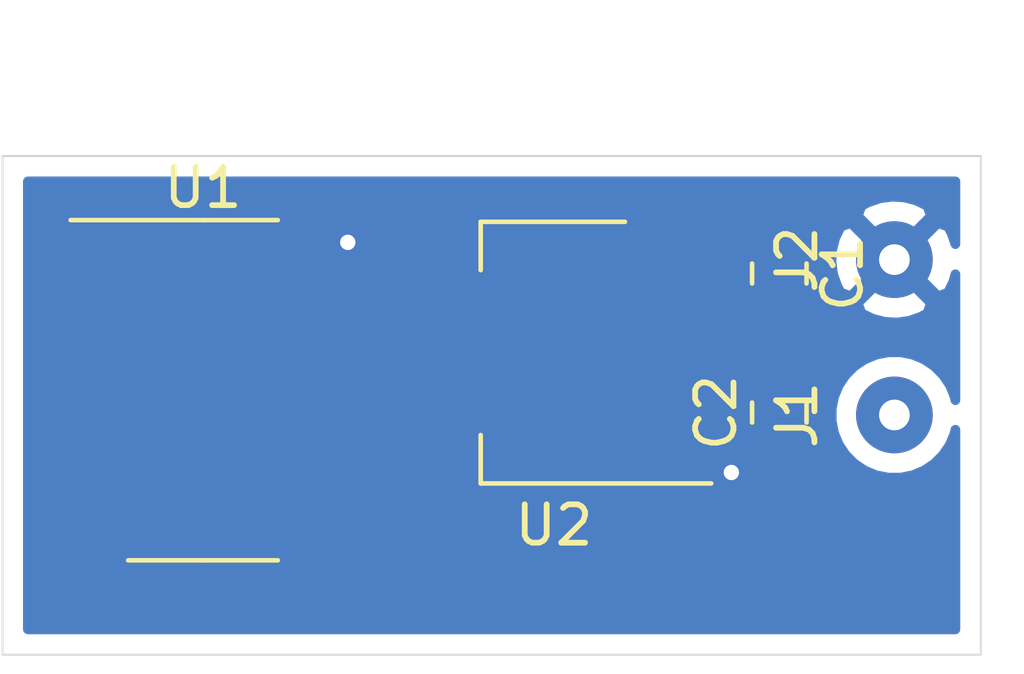
<source format=kicad_pcb>
(kicad_pcb (version 20171130) (host pcbnew "(5.1.5)-3")

  (general
    (thickness 1.6)
    (drawings 4)
    (tracks 20)
    (zones 0)
    (modules 6)
    (nets 16)
  )

  (page A4)
  (layers
    (0 F.Cu signal)
    (31 B.Cu signal)
    (32 B.Adhes user)
    (33 F.Adhes user)
    (34 B.Paste user)
    (35 F.Paste user)
    (36 B.SilkS user)
    (37 F.SilkS user)
    (38 B.Mask user)
    (39 F.Mask user)
    (40 Dwgs.User user)
    (41 Cmts.User user)
    (42 Eco1.User user)
    (43 Eco2.User user)
    (44 Edge.Cuts user)
    (45 Margin user)
    (46 B.CrtYd user)
    (47 F.CrtYd user)
    (48 B.Fab user)
    (49 F.Fab user)
  )

  (setup
    (last_trace_width 0.25)
    (trace_clearance 0.2)
    (zone_clearance 0.508)
    (zone_45_only no)
    (trace_min 0.2)
    (via_size 0.8)
    (via_drill 0.4)
    (via_min_size 0.4)
    (via_min_drill 0.3)
    (uvia_size 0.3)
    (uvia_drill 0.1)
    (uvias_allowed no)
    (uvia_min_size 0.2)
    (uvia_min_drill 0.1)
    (edge_width 0.05)
    (segment_width 0.2)
    (pcb_text_width 0.3)
    (pcb_text_size 1.5 1.5)
    (mod_edge_width 0.12)
    (mod_text_size 1 1)
    (mod_text_width 0.15)
    (pad_size 1.524 1.524)
    (pad_drill 0.762)
    (pad_to_mask_clearance 0.051)
    (solder_mask_min_width 0.25)
    (aux_axis_origin 0 0)
    (visible_elements 7FFFFFFF)
    (pcbplotparams
      (layerselection 0x010fc_ffffffff)
      (usegerberextensions false)
      (usegerberattributes false)
      (usegerberadvancedattributes false)
      (creategerberjobfile false)
      (excludeedgelayer true)
      (linewidth 0.100000)
      (plotframeref false)
      (viasonmask false)
      (mode 1)
      (useauxorigin false)
      (hpglpennumber 1)
      (hpglpenspeed 20)
      (hpglpendiameter 15.000000)
      (psnegative false)
      (psa4output false)
      (plotreference true)
      (plotvalue true)
      (plotinvisibletext false)
      (padsonsilk false)
      (subtractmaskfromsilk false)
      (outputformat 1)
      (mirror false)
      (drillshape 1)
      (scaleselection 1)
      (outputdirectory ""))
  )

  (net 0 "")
  (net 1 +BATT)
  (net 2 GND)
  (net 3 +3V3)
  (net 4 "Net-(U1-Pad2)")
  (net 5 "Net-(U1-Pad3)")
  (net 6 "Net-(U1-Pad4)")
  (net 7 "Net-(U1-Pad5)")
  (net 8 "Net-(U1-Pad6)")
  (net 9 "Net-(U1-Pad7)")
  (net 10 "Net-(U1-Pad8)")
  (net 11 "Net-(U1-Pad9)")
  (net 12 "Net-(U1-Pad10)")
  (net 13 "Net-(U1-Pad11)")
  (net 14 "Net-(U1-Pad12)")
  (net 15 "Net-(U1-Pad13)")

  (net_class Default "This is the default net class."
    (clearance 0.2)
    (trace_width 0.25)
    (via_dia 0.8)
    (via_drill 0.4)
    (uvia_dia 0.3)
    (uvia_drill 0.1)
    (add_net +3V3)
    (add_net +BATT)
    (add_net GND)
    (add_net "Net-(U1-Pad10)")
    (add_net "Net-(U1-Pad11)")
    (add_net "Net-(U1-Pad12)")
    (add_net "Net-(U1-Pad13)")
    (add_net "Net-(U1-Pad2)")
    (add_net "Net-(U1-Pad3)")
    (add_net "Net-(U1-Pad4)")
    (add_net "Net-(U1-Pad5)")
    (add_net "Net-(U1-Pad6)")
    (add_net "Net-(U1-Pad7)")
    (add_net "Net-(U1-Pad8)")
    (add_net "Net-(U1-Pad9)")
  )

  (module Connector_Wire:SolderWirePad_1x01_Drill0.8mm (layer F.Cu) (tedit 5A2676A0) (tstamp 5FD96513)
    (at 45.25 21.2 90)
    (descr "Wire solder connection")
    (tags connector)
    (path /5FDB5068)
    (attr virtual)
    (fp_text reference J2 (at 0 -2.54 90) (layer F.SilkS)
      (effects (font (size 1 1) (thickness 0.15)))
    )
    (fp_text value Conn_01x01_Male (at 0 2.54 90) (layer F.Fab)
      (effects (font (size 1 1) (thickness 0.15)))
    )
    (fp_line (start 1.5 1.5) (end -1.5 1.5) (layer F.CrtYd) (width 0.05))
    (fp_line (start 1.5 1.5) (end 1.5 -1.5) (layer F.CrtYd) (width 0.05))
    (fp_line (start -1.5 -1.5) (end -1.5 1.5) (layer F.CrtYd) (width 0.05))
    (fp_line (start -1.5 -1.5) (end 1.5 -1.5) (layer F.CrtYd) (width 0.05))
    (fp_text user %R (at 0 0 90) (layer F.Fab)
      (effects (font (size 1 1) (thickness 0.15)))
    )
    (pad 1 thru_hole circle (at 0 0 90) (size 1.99898 1.99898) (drill 0.8001) (layers *.Cu *.Mask)
      (net 2 GND))
  )

  (module Connector_Wire:SolderWirePad_1x01_Drill0.8mm (layer F.Cu) (tedit 5A2676A0) (tstamp 5FD96509)
    (at 45.25 25.25 90)
    (descr "Wire solder connection")
    (tags connector)
    (path /5FDB436A)
    (attr virtual)
    (fp_text reference J1 (at 0 -2.54 90) (layer F.SilkS)
      (effects (font (size 1 1) (thickness 0.15)))
    )
    (fp_text value Conn_01x01_Male (at 0 2.54 90) (layer F.Fab)
      (effects (font (size 1 1) (thickness 0.15)))
    )
    (fp_line (start 1.5 1.5) (end -1.5 1.5) (layer F.CrtYd) (width 0.05))
    (fp_line (start 1.5 1.5) (end 1.5 -1.5) (layer F.CrtYd) (width 0.05))
    (fp_line (start -1.5 -1.5) (end -1.5 1.5) (layer F.CrtYd) (width 0.05))
    (fp_line (start -1.5 -1.5) (end 1.5 -1.5) (layer F.CrtYd) (width 0.05))
    (fp_text user %R (at 0 0 90) (layer F.Fab)
      (effects (font (size 1 1) (thickness 0.15)))
    )
    (pad 1 thru_hole circle (at 0 0 90) (size 1.99898 1.99898) (drill 0.8001) (layers *.Cu *.Mask)
      (net 1 +BATT))
  )

  (module Capacitor_SMD:C_0805_2012Metric (layer F.Cu) (tedit 5B36C52B) (tstamp 5FD968F4)
    (at 42.25 21.5625 270)
    (descr "Capacitor SMD 0805 (2012 Metric), square (rectangular) end terminal, IPC_7351 nominal, (Body size source: https://docs.google.com/spreadsheets/d/1BsfQQcO9C6DZCsRaXUlFlo91Tg2WpOkGARC1WS5S8t0/edit?usp=sharing), generated with kicad-footprint-generator")
    (tags capacitor)
    (path /5FDA809A)
    (attr smd)
    (fp_text reference C1 (at 0 -1.65 90) (layer F.SilkS)
      (effects (font (size 1 1) (thickness 0.15)))
    )
    (fp_text value 100nF (at 0 1.65 90) (layer F.Fab)
      (effects (font (size 1 1) (thickness 0.15)))
    )
    (fp_line (start -1 0.6) (end -1 -0.6) (layer F.Fab) (width 0.1))
    (fp_line (start -1 -0.6) (end 1 -0.6) (layer F.Fab) (width 0.1))
    (fp_line (start 1 -0.6) (end 1 0.6) (layer F.Fab) (width 0.1))
    (fp_line (start 1 0.6) (end -1 0.6) (layer F.Fab) (width 0.1))
    (fp_line (start -0.258578 -0.71) (end 0.258578 -0.71) (layer F.SilkS) (width 0.12))
    (fp_line (start -0.258578 0.71) (end 0.258578 0.71) (layer F.SilkS) (width 0.12))
    (fp_line (start -1.68 0.95) (end -1.68 -0.95) (layer F.CrtYd) (width 0.05))
    (fp_line (start -1.68 -0.95) (end 1.68 -0.95) (layer F.CrtYd) (width 0.05))
    (fp_line (start 1.68 -0.95) (end 1.68 0.95) (layer F.CrtYd) (width 0.05))
    (fp_line (start 1.68 0.95) (end -1.68 0.95) (layer F.CrtYd) (width 0.05))
    (fp_text user %R (at 0 0 90) (layer F.Fab)
      (effects (font (size 0.5 0.5) (thickness 0.08)))
    )
    (pad 1 smd roundrect (at -0.9375 0 270) (size 0.975 1.4) (layers F.Cu F.Paste F.Mask) (roundrect_rratio 0.25)
      (net 1 +BATT))
    (pad 2 smd roundrect (at 0.9375 0 270) (size 0.975 1.4) (layers F.Cu F.Paste F.Mask) (roundrect_rratio 0.25)
      (net 2 GND))
    (model ${KISYS3DMOD}/Capacitor_SMD.3dshapes/C_0805_2012Metric.wrl
      (at (xyz 0 0 0))
      (scale (xyz 1 1 1))
      (rotate (xyz 0 0 0))
    )
  )

  (module Capacitor_SMD:C_0805_2012Metric (layer F.Cu) (tedit 5B36C52B) (tstamp 5FD96977)
    (at 42.25 25.1875 90)
    (descr "Capacitor SMD 0805 (2012 Metric), square (rectangular) end terminal, IPC_7351 nominal, (Body size source: https://docs.google.com/spreadsheets/d/1BsfQQcO9C6DZCsRaXUlFlo91Tg2WpOkGARC1WS5S8t0/edit?usp=sharing), generated with kicad-footprint-generator")
    (tags capacitor)
    (path /5FDA9439)
    (attr smd)
    (fp_text reference C2 (at 0 -1.65 90) (layer F.SilkS)
      (effects (font (size 1 1) (thickness 0.15)))
    )
    (fp_text value 10uF (at 0 1.65 90) (layer F.Fab)
      (effects (font (size 1 1) (thickness 0.15)))
    )
    (fp_text user %R (at 0 0 90) (layer F.Fab)
      (effects (font (size 0.5 0.5) (thickness 0.08)))
    )
    (fp_line (start 1.68 0.95) (end -1.68 0.95) (layer F.CrtYd) (width 0.05))
    (fp_line (start 1.68 -0.95) (end 1.68 0.95) (layer F.CrtYd) (width 0.05))
    (fp_line (start -1.68 -0.95) (end 1.68 -0.95) (layer F.CrtYd) (width 0.05))
    (fp_line (start -1.68 0.95) (end -1.68 -0.95) (layer F.CrtYd) (width 0.05))
    (fp_line (start -0.258578 0.71) (end 0.258578 0.71) (layer F.SilkS) (width 0.12))
    (fp_line (start -0.258578 -0.71) (end 0.258578 -0.71) (layer F.SilkS) (width 0.12))
    (fp_line (start 1 0.6) (end -1 0.6) (layer F.Fab) (width 0.1))
    (fp_line (start 1 -0.6) (end 1 0.6) (layer F.Fab) (width 0.1))
    (fp_line (start -1 -0.6) (end 1 -0.6) (layer F.Fab) (width 0.1))
    (fp_line (start -1 0.6) (end -1 -0.6) (layer F.Fab) (width 0.1))
    (pad 2 smd roundrect (at 0.9375 0 90) (size 0.975 1.4) (layers F.Cu F.Paste F.Mask) (roundrect_rratio 0.25)
      (net 2 GND))
    (pad 1 smd roundrect (at -0.9375 0 90) (size 0.975 1.4) (layers F.Cu F.Paste F.Mask) (roundrect_rratio 0.25)
      (net 3 +3V3))
    (model ${KISYS3DMOD}/Capacitor_SMD.3dshapes/C_0805_2012Metric.wrl
      (at (xyz 0 0 0))
      (scale (xyz 1 1 1))
      (rotate (xyz 0 0 0))
    )
  )

  (module Package_SO:SOIC-14_3.9x8.7mm_P1.27mm (layer F.Cu) (tedit 5D9F72B1) (tstamp 5FD962C2)
    (at 27.225001 24.605001)
    (descr "SOIC, 14 Pin (JEDEC MS-012AB, https://www.analog.com/media/en/package-pcb-resources/package/pkg_pdf/soic_narrow-r/r_14.pdf), generated with kicad-footprint-generator ipc_gullwing_generator.py")
    (tags "SOIC SO")
    (path /5FD921C0)
    (attr smd)
    (fp_text reference U1 (at 0 -5.28) (layer F.SilkS)
      (effects (font (size 1 1) (thickness 0.15)))
    )
    (fp_text value ATtiny204-SS (at 0 5.28) (layer F.Fab)
      (effects (font (size 1 1) (thickness 0.15)))
    )
    (fp_line (start 0 4.435) (end 1.95 4.435) (layer F.SilkS) (width 0.12))
    (fp_line (start 0 4.435) (end -1.95 4.435) (layer F.SilkS) (width 0.12))
    (fp_line (start 0 -4.435) (end 1.95 -4.435) (layer F.SilkS) (width 0.12))
    (fp_line (start 0 -4.435) (end -3.45 -4.435) (layer F.SilkS) (width 0.12))
    (fp_line (start -0.975 -4.325) (end 1.95 -4.325) (layer F.Fab) (width 0.1))
    (fp_line (start 1.95 -4.325) (end 1.95 4.325) (layer F.Fab) (width 0.1))
    (fp_line (start 1.95 4.325) (end -1.95 4.325) (layer F.Fab) (width 0.1))
    (fp_line (start -1.95 4.325) (end -1.95 -3.35) (layer F.Fab) (width 0.1))
    (fp_line (start -1.95 -3.35) (end -0.975 -4.325) (layer F.Fab) (width 0.1))
    (fp_line (start -3.7 -4.58) (end -3.7 4.58) (layer F.CrtYd) (width 0.05))
    (fp_line (start -3.7 4.58) (end 3.7 4.58) (layer F.CrtYd) (width 0.05))
    (fp_line (start 3.7 4.58) (end 3.7 -4.58) (layer F.CrtYd) (width 0.05))
    (fp_line (start 3.7 -4.58) (end -3.7 -4.58) (layer F.CrtYd) (width 0.05))
    (fp_text user %R (at 0 0) (layer F.Fab)
      (effects (font (size 0.98 0.98) (thickness 0.15)))
    )
    (pad 1 smd roundrect (at -2.475 -3.81) (size 1.95 0.6) (layers F.Cu F.Paste F.Mask) (roundrect_rratio 0.25)
      (net 3 +3V3))
    (pad 2 smd roundrect (at -2.475 -2.54) (size 1.95 0.6) (layers F.Cu F.Paste F.Mask) (roundrect_rratio 0.25)
      (net 4 "Net-(U1-Pad2)"))
    (pad 3 smd roundrect (at -2.475 -1.27) (size 1.95 0.6) (layers F.Cu F.Paste F.Mask) (roundrect_rratio 0.25)
      (net 5 "Net-(U1-Pad3)"))
    (pad 4 smd roundrect (at -2.475 0) (size 1.95 0.6) (layers F.Cu F.Paste F.Mask) (roundrect_rratio 0.25)
      (net 6 "Net-(U1-Pad4)"))
    (pad 5 smd roundrect (at -2.475 1.27) (size 1.95 0.6) (layers F.Cu F.Paste F.Mask) (roundrect_rratio 0.25)
      (net 7 "Net-(U1-Pad5)"))
    (pad 6 smd roundrect (at -2.475 2.54) (size 1.95 0.6) (layers F.Cu F.Paste F.Mask) (roundrect_rratio 0.25)
      (net 8 "Net-(U1-Pad6)"))
    (pad 7 smd roundrect (at -2.475 3.81) (size 1.95 0.6) (layers F.Cu F.Paste F.Mask) (roundrect_rratio 0.25)
      (net 9 "Net-(U1-Pad7)"))
    (pad 8 smd roundrect (at 2.475 3.81) (size 1.95 0.6) (layers F.Cu F.Paste F.Mask) (roundrect_rratio 0.25)
      (net 10 "Net-(U1-Pad8)"))
    (pad 9 smd roundrect (at 2.475 2.54) (size 1.95 0.6) (layers F.Cu F.Paste F.Mask) (roundrect_rratio 0.25)
      (net 11 "Net-(U1-Pad9)"))
    (pad 10 smd roundrect (at 2.475 1.27) (size 1.95 0.6) (layers F.Cu F.Paste F.Mask) (roundrect_rratio 0.25)
      (net 12 "Net-(U1-Pad10)"))
    (pad 11 smd roundrect (at 2.475 0) (size 1.95 0.6) (layers F.Cu F.Paste F.Mask) (roundrect_rratio 0.25)
      (net 13 "Net-(U1-Pad11)"))
    (pad 12 smd roundrect (at 2.475 -1.27) (size 1.95 0.6) (layers F.Cu F.Paste F.Mask) (roundrect_rratio 0.25)
      (net 14 "Net-(U1-Pad12)"))
    (pad 13 smd roundrect (at 2.475 -2.54) (size 1.95 0.6) (layers F.Cu F.Paste F.Mask) (roundrect_rratio 0.25)
      (net 15 "Net-(U1-Pad13)"))
    (pad 14 smd roundrect (at 2.475 -3.81) (size 1.95 0.6) (layers F.Cu F.Paste F.Mask) (roundrect_rratio 0.25)
      (net 2 GND))
    (model ${KISYS3DMOD}/Package_SO.3dshapes/SOIC-14_3.9x8.7mm_P1.27mm.wrl
      (at (xyz 0 0 0))
      (scale (xyz 1 1 1))
      (rotate (xyz 0 0 0))
    )
  )

  (module Package_TO_SOT_SMD:SOT-223-3_TabPin2 (layer F.Cu) (tedit 5A02FF57) (tstamp 5FD962D8)
    (at 36.375001 23.625001 180)
    (descr "module CMS SOT223 4 pins")
    (tags "CMS SOT")
    (path /5FD9CA27)
    (attr smd)
    (fp_text reference U2 (at 0 -4.5) (layer F.SilkS)
      (effects (font (size 1 1) (thickness 0.15)))
    )
    (fp_text value LD1117S33TR_SOT223 (at 0 4.5) (layer F.Fab)
      (effects (font (size 1 1) (thickness 0.15)))
    )
    (fp_text user %R (at 0 0 90) (layer F.Fab)
      (effects (font (size 0.8 0.8) (thickness 0.12)))
    )
    (fp_line (start 1.91 3.41) (end 1.91 2.15) (layer F.SilkS) (width 0.12))
    (fp_line (start 1.91 -3.41) (end 1.91 -2.15) (layer F.SilkS) (width 0.12))
    (fp_line (start 4.4 -3.6) (end -4.4 -3.6) (layer F.CrtYd) (width 0.05))
    (fp_line (start 4.4 3.6) (end 4.4 -3.6) (layer F.CrtYd) (width 0.05))
    (fp_line (start -4.4 3.6) (end 4.4 3.6) (layer F.CrtYd) (width 0.05))
    (fp_line (start -4.4 -3.6) (end -4.4 3.6) (layer F.CrtYd) (width 0.05))
    (fp_line (start -1.85 -2.35) (end -0.85 -3.35) (layer F.Fab) (width 0.1))
    (fp_line (start -1.85 -2.35) (end -1.85 3.35) (layer F.Fab) (width 0.1))
    (fp_line (start -1.85 3.41) (end 1.91 3.41) (layer F.SilkS) (width 0.12))
    (fp_line (start -0.85 -3.35) (end 1.85 -3.35) (layer F.Fab) (width 0.1))
    (fp_line (start -4.1 -3.41) (end 1.91 -3.41) (layer F.SilkS) (width 0.12))
    (fp_line (start -1.85 3.35) (end 1.85 3.35) (layer F.Fab) (width 0.1))
    (fp_line (start 1.85 -3.35) (end 1.85 3.35) (layer F.Fab) (width 0.1))
    (pad 2 smd rect (at 3.15 0 180) (size 2 3.8) (layers F.Cu F.Paste F.Mask)
      (net 3 +3V3))
    (pad 2 smd rect (at -3.15 0 180) (size 2 1.5) (layers F.Cu F.Paste F.Mask)
      (net 3 +3V3))
    (pad 3 smd rect (at -3.15 2.3 180) (size 2 1.5) (layers F.Cu F.Paste F.Mask)
      (net 1 +BATT))
    (pad 1 smd rect (at -3.15 -2.3 180) (size 2 1.5) (layers F.Cu F.Paste F.Mask)
      (net 2 GND))
    (model ${KISYS3DMOD}/Package_TO_SOT_SMD.3dshapes/SOT-223.wrl
      (at (xyz 0 0 0))
      (scale (xyz 1 1 1))
      (rotate (xyz 0 0 0))
    )
  )

  (gr_line (start 22 31.5) (end 22 18.5) (layer Edge.Cuts) (width 0.05) (tstamp 5FD968BD))
  (gr_line (start 47.5 31.5) (end 22 31.5) (layer Edge.Cuts) (width 0.05))
  (gr_line (start 47.5 18.5) (end 47.5 31.5) (layer Edge.Cuts) (width 0.05))
  (gr_line (start 22 18.5) (end 47.5 18.5) (layer Edge.Cuts) (width 0.05))

  (segment (start 41.549999 21.325001) (end 42.25 20.625) (width 0.25) (layer F.Cu) (net 1))
  (segment (start 39.525001 21.325001) (end 41.549999 21.325001) (width 0.25) (layer F.Cu) (net 1))
  (segment (start 29.700001 20.795001) (end 30.954999 20.795001) (width 0.25) (layer F.Cu) (net 2))
  (via (at 31 20.75) (size 0.8) (drill 0.4) (layers F.Cu B.Cu) (net 2))
  (segment (start 30.954999 20.795001) (end 31 20.75) (width 0.25) (layer F.Cu) (net 2))
  (via (at 41 26.75) (size 0.8) (drill 0.4) (layers F.Cu B.Cu) (net 2))
  (segment (start 39.525001 25.925001) (end 40.175001 25.925001) (width 0.25) (layer F.Cu) (net 2))
  (segment (start 40.175001 25.925001) (end 41 26.75) (width 0.25) (layer F.Cu) (net 2))
  (segment (start 43.95 22.5) (end 45.25 21.2) (width 0.25) (layer F.Cu) (net 2))
  (segment (start 42.25 22.5) (end 43.95 22.5) (width 0.25) (layer F.Cu) (net 2))
  (segment (start 42.25 24.25) (end 42.25 22.5) (width 0.25) (layer F.Cu) (net 2))
  (segment (start 31.040011 22.690011) (end 27.620011 22.690011) (width 0.25) (layer F.Cu) (net 3))
  (segment (start 25.725001 20.795001) (end 24.750001 20.795001) (width 0.25) (layer F.Cu) (net 3))
  (segment (start 27.620011 22.690011) (end 25.725001 20.795001) (width 0.25) (layer F.Cu) (net 3))
  (segment (start 31.975001 23.625001) (end 31.040011 22.690011) (width 0.25) (layer F.Cu) (net 3))
  (segment (start 33.225001 23.625001) (end 31.975001 23.625001) (width 0.25) (layer F.Cu) (net 3))
  (segment (start 39.750001 23.625001) (end 39.525001 23.625001) (width 0.25) (layer F.Cu) (net 3))
  (segment (start 42.25 26.125) (end 39.750001 23.625001) (width 0.25) (layer F.Cu) (net 3))
  (segment (start 38.275001 23.625001) (end 33.225001 23.625001) (width 0.25) (layer F.Cu) (net 3))
  (segment (start 39.525001 23.625001) (end 38.275001 23.625001) (width 0.25) (layer F.Cu) (net 3))

  (zone (net 2) (net_name GND) (layer B.Cu) (tstamp 0) (hatch edge 0.508)
    (connect_pads (clearance 0.508))
    (min_thickness 0.254)
    (fill yes (arc_segments 32) (thermal_gap 0.508) (thermal_bridge_width 0.508))
    (polygon
      (pts
        (xy 47 31) (xy 22.5 31) (xy 22.5 18.75) (xy 47 18.75)
      )
    )
    (filled_polygon
      (pts
        (xy 46.84 20.796831) (xy 46.742314 20.514089) (xy 46.649399 20.340258) (xy 46.38505 20.244555) (xy 45.429605 21.2)
        (xy 46.38505 22.155445) (xy 46.649399 22.059742) (xy 46.790238 21.770213) (xy 46.84 21.580395) (xy 46.84 24.865351)
        (xy 46.821678 24.773237) (xy 46.698467 24.475778) (xy 46.519592 24.208073) (xy 46.291927 23.980408) (xy 46.024222 23.801533)
        (xy 45.726763 23.678322) (xy 45.410983 23.61551) (xy 45.089017 23.61551) (xy 44.773237 23.678322) (xy 44.475778 23.801533)
        (xy 44.208073 23.980408) (xy 43.980408 24.208073) (xy 43.801533 24.475778) (xy 43.678322 24.773237) (xy 43.61551 25.089017)
        (xy 43.61551 25.410983) (xy 43.678322 25.726763) (xy 43.801533 26.024222) (xy 43.980408 26.291927) (xy 44.208073 26.519592)
        (xy 44.475778 26.698467) (xy 44.773237 26.821678) (xy 45.089017 26.88449) (xy 45.410983 26.88449) (xy 45.726763 26.821678)
        (xy 46.024222 26.698467) (xy 46.291927 26.519592) (xy 46.519592 26.291927) (xy 46.698467 26.024222) (xy 46.821678 25.726763)
        (xy 46.840001 25.634649) (xy 46.840001 30.84) (xy 22.66 30.84) (xy 22.66 22.33505) (xy 44.294555 22.33505)
        (xy 44.390258 22.599399) (xy 44.679787 22.740238) (xy 44.991229 22.821885) (xy 45.312615 22.841205) (xy 45.631595 22.797454)
        (xy 45.935911 22.692314) (xy 46.109742 22.599399) (xy 46.205445 22.33505) (xy 45.25 21.379605) (xy 44.294555 22.33505)
        (xy 22.66 22.33505) (xy 22.66 21.262615) (xy 43.608795 21.262615) (xy 43.652546 21.581595) (xy 43.757686 21.885911)
        (xy 43.850601 22.059742) (xy 44.11495 22.155445) (xy 45.070395 21.2) (xy 44.11495 20.244555) (xy 43.850601 20.340258)
        (xy 43.709762 20.629787) (xy 43.628115 20.941229) (xy 43.608795 21.262615) (xy 22.66 21.262615) (xy 22.66 20.06495)
        (xy 44.294555 20.06495) (xy 45.25 21.020395) (xy 46.205445 20.06495) (xy 46.109742 19.800601) (xy 45.820213 19.659762)
        (xy 45.508771 19.578115) (xy 45.187385 19.558795) (xy 44.868405 19.602546) (xy 44.564089 19.707686) (xy 44.390258 19.800601)
        (xy 44.294555 20.06495) (xy 22.66 20.06495) (xy 22.66 19.16) (xy 46.84 19.16)
      )
    )
  )
)

</source>
